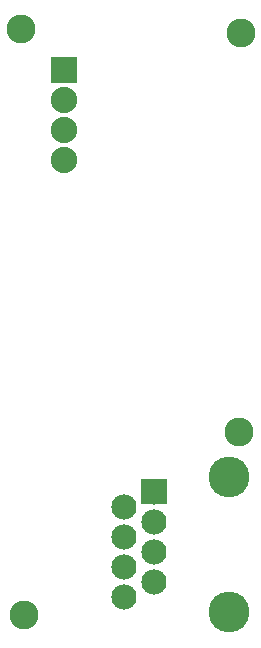
<source format=gbs>
G04 MADE WITH FRITZING*
G04 WWW.FRITZING.ORG*
G04 DOUBLE SIDED*
G04 HOLES PLATED*
G04 CONTOUR ON CENTER OF CONTOUR VECTOR*
%ASAXBY*%
%FSLAX23Y23*%
%MOIN*%
%OFA0B0*%
%SFA1.0B1.0*%
%ADD10C,0.084000*%
%ADD11C,0.135984*%
%ADD12C,0.088000*%
%ADD13C,0.096614*%
%ADD14R,0.088000X0.088000*%
%ADD15R,0.001000X0.001000*%
%LNMASK0*%
G90*
G70*
G54D10*
X412Y144D03*
X512Y194D03*
X412Y244D03*
X412Y344D03*
X412Y444D03*
X512Y294D03*
X512Y394D03*
X512Y494D03*
G54D11*
X762Y544D03*
X762Y94D03*
G54D10*
X412Y144D03*
X512Y194D03*
X412Y244D03*
X412Y344D03*
X412Y444D03*
X512Y294D03*
X512Y394D03*
X512Y494D03*
G54D11*
X762Y544D03*
X762Y94D03*
G54D12*
X210Y1902D03*
X210Y1802D03*
X210Y1702D03*
X210Y1602D03*
X210Y1902D03*
X210Y1802D03*
X210Y1702D03*
X210Y1602D03*
G54D13*
X801Y2025D03*
X67Y2037D03*
X78Y83D03*
X795Y696D03*
G54D14*
X210Y1902D03*
X210Y1902D03*
G54D15*
X470Y537D02*
X553Y537D01*
X470Y536D02*
X553Y536D01*
X470Y535D02*
X553Y535D01*
X470Y534D02*
X553Y534D01*
X470Y533D02*
X553Y533D01*
X470Y532D02*
X553Y532D01*
X470Y531D02*
X553Y531D01*
X470Y530D02*
X553Y530D01*
X470Y529D02*
X553Y529D01*
X470Y528D02*
X553Y528D01*
X470Y527D02*
X553Y527D01*
X470Y526D02*
X553Y526D01*
X470Y525D02*
X553Y525D01*
X470Y524D02*
X553Y524D01*
X470Y523D02*
X553Y523D01*
X470Y522D02*
X553Y522D01*
X470Y521D02*
X553Y521D01*
X470Y520D02*
X553Y520D01*
X470Y519D02*
X553Y519D01*
X470Y518D02*
X553Y518D01*
X470Y517D02*
X553Y517D01*
X470Y516D02*
X553Y516D01*
X470Y515D02*
X553Y515D01*
X470Y514D02*
X553Y514D01*
X470Y513D02*
X553Y513D01*
X470Y512D02*
X553Y512D01*
X470Y511D02*
X553Y511D01*
X470Y510D02*
X553Y510D01*
X470Y509D02*
X506Y509D01*
X517Y509D02*
X553Y509D01*
X470Y508D02*
X504Y508D01*
X519Y508D02*
X553Y508D01*
X470Y507D02*
X502Y507D01*
X521Y507D02*
X553Y507D01*
X470Y506D02*
X501Y506D01*
X522Y506D02*
X553Y506D01*
X470Y505D02*
X500Y505D01*
X523Y505D02*
X553Y505D01*
X470Y504D02*
X499Y504D01*
X524Y504D02*
X553Y504D01*
X470Y503D02*
X498Y503D01*
X524Y503D02*
X553Y503D01*
X470Y502D02*
X498Y502D01*
X525Y502D02*
X553Y502D01*
X470Y501D02*
X497Y501D01*
X525Y501D02*
X553Y501D01*
X470Y500D02*
X497Y500D01*
X526Y500D02*
X553Y500D01*
X470Y499D02*
X497Y499D01*
X526Y499D02*
X553Y499D01*
X470Y498D02*
X496Y498D01*
X526Y498D02*
X553Y498D01*
X470Y497D02*
X496Y497D01*
X526Y497D02*
X553Y497D01*
X470Y496D02*
X496Y496D01*
X526Y496D02*
X553Y496D01*
X470Y495D02*
X496Y495D01*
X526Y495D02*
X553Y495D01*
X470Y494D02*
X496Y494D01*
X526Y494D02*
X553Y494D01*
X470Y493D02*
X496Y493D01*
X526Y493D02*
X553Y493D01*
X470Y492D02*
X496Y492D01*
X526Y492D02*
X553Y492D01*
X470Y491D02*
X497Y491D01*
X526Y491D02*
X553Y491D01*
X470Y490D02*
X497Y490D01*
X526Y490D02*
X553Y490D01*
X470Y489D02*
X497Y489D01*
X525Y489D02*
X553Y489D01*
X470Y488D02*
X498Y488D01*
X525Y488D02*
X553Y488D01*
X470Y487D02*
X499Y487D01*
X524Y487D02*
X553Y487D01*
X470Y486D02*
X499Y486D01*
X523Y486D02*
X553Y486D01*
X470Y485D02*
X500Y485D01*
X522Y485D02*
X553Y485D01*
X470Y484D02*
X501Y484D01*
X521Y484D02*
X553Y484D01*
X470Y483D02*
X503Y483D01*
X520Y483D02*
X553Y483D01*
X470Y482D02*
X504Y482D01*
X518Y482D02*
X553Y482D01*
X470Y481D02*
X507Y481D01*
X515Y481D02*
X553Y481D01*
X470Y480D02*
X553Y480D01*
X470Y479D02*
X553Y479D01*
X470Y478D02*
X553Y478D01*
X470Y477D02*
X553Y477D01*
X470Y476D02*
X553Y476D01*
X470Y475D02*
X553Y475D01*
X470Y474D02*
X553Y474D01*
X470Y473D02*
X553Y473D01*
X470Y472D02*
X553Y472D01*
X470Y471D02*
X553Y471D01*
X470Y470D02*
X553Y470D01*
X470Y469D02*
X553Y469D01*
X470Y468D02*
X553Y468D01*
X470Y467D02*
X553Y467D01*
X470Y466D02*
X553Y466D01*
X470Y465D02*
X553Y465D01*
X470Y464D02*
X553Y464D01*
X470Y463D02*
X553Y463D01*
X470Y462D02*
X553Y462D01*
X470Y461D02*
X553Y461D01*
X470Y460D02*
X553Y460D01*
X470Y459D02*
X553Y459D01*
X470Y458D02*
X553Y458D01*
X470Y457D02*
X553Y457D01*
X470Y456D02*
X553Y456D01*
X470Y455D02*
X553Y455D01*
X470Y454D02*
X553Y454D01*
D02*
G04 End of Mask0*
M02*
</source>
